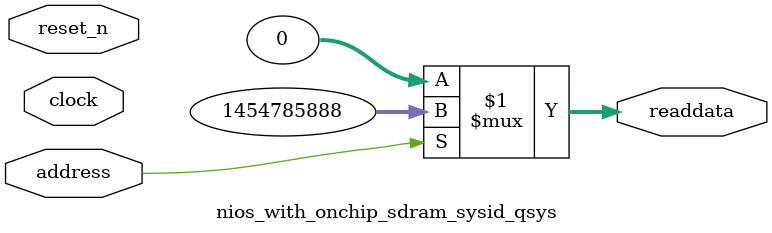
<source format=v>

`timescale 1ns / 1ps
// synthesis translate_on

// turn off superfluous verilog processor warnings 
// altera message_level Level1 
// altera message_off 10034 10035 10036 10037 10230 10240 10030 

module nios_with_onchip_sdram_sysid_qsys (
               // inputs:
                address,
                clock,
                reset_n,

               // outputs:
                readdata
             )
;

  output  [ 31: 0] readdata;
  input            address;
  input            clock;
  input            reset_n;

  wire    [ 31: 0] readdata;
  //control_slave, which is an e_avalon_slave
  assign readdata = address ? 1454785888 : 0;

endmodule




</source>
